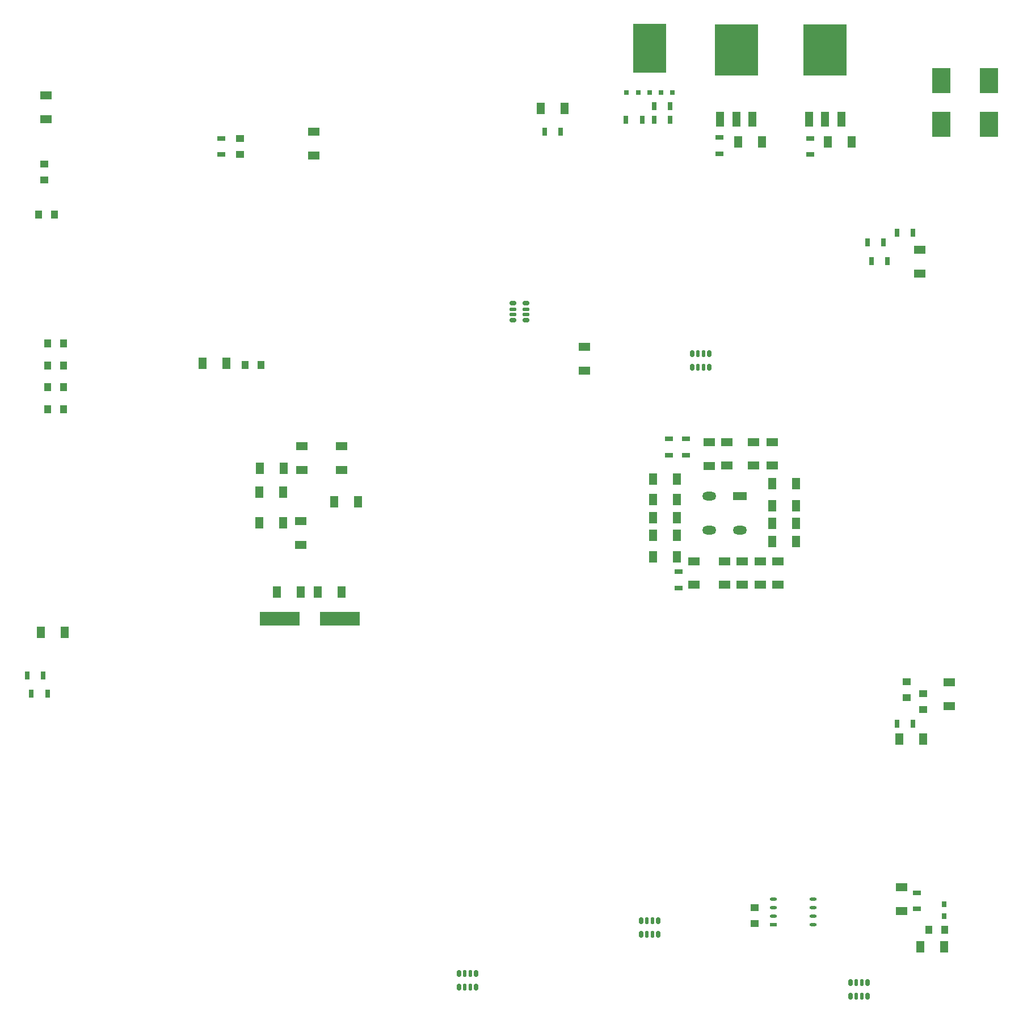
<source format=gbp>
%FSLAX25Y25*%
%MOIN*%
G70*
G01*
G75*
G04 Layer_Color=128*
%ADD10C,0.01000*%
%ADD11C,0.00689*%
%ADD12C,0.00669*%
%ADD13C,0.00827*%
%ADD14C,0.01575*%
%ADD15C,0.00787*%
%ADD16O,0.07087X0.01181*%
%ADD17O,0.01181X0.07087*%
%ADD18R,0.04921X0.06693*%
%ADD19R,0.09843X0.07874*%
%ADD20R,0.09843X0.01969*%
%ADD21O,0.04724X0.02362*%
%ADD22R,0.00984X0.01378*%
%ADD23O,0.00984X0.01378*%
%ADD24R,0.04724X0.04724*%
%ADD25R,0.04724X0.09449*%
G04:AMPARAMS|DCode=26|XSize=70.87mil|YSize=43.31mil|CornerRadius=0mil|HoleSize=0mil|Usage=FLASHONLY|Rotation=270.000|XOffset=0mil|YOffset=0mil|HoleType=Round|Shape=Octagon|*
%AMOCTAGOND26*
4,1,8,-0.01083,-0.03543,0.01083,-0.03543,0.02165,-0.02461,0.02165,0.02461,0.01083,0.03543,-0.01083,0.03543,-0.02165,0.02461,-0.02165,-0.02461,-0.01083,-0.03543,0.0*
%
%ADD26OCTAGOND26*%

%ADD27R,0.05118X0.04134*%
%ADD28R,0.04134X0.05118*%
G04:AMPARAMS|DCode=29|XSize=39.37mil|YSize=25.59mil|CornerRadius=0mil|HoleSize=0mil|Usage=FLASHONLY|Rotation=270.000|XOffset=0mil|YOffset=0mil|HoleType=Round|Shape=Octagon|*
%AMOCTAGOND29*
4,1,8,-0.00640,-0.01969,0.00640,-0.01969,0.01280,-0.01329,0.01280,0.01329,0.00640,0.01969,-0.00640,0.01969,-0.01280,0.01329,-0.01280,-0.01329,-0.00640,-0.01969,0.0*
%
%ADD29OCTAGOND29*%

G04:AMPARAMS|DCode=30|XSize=39.37mil|YSize=19.69mil|CornerRadius=0mil|HoleSize=0mil|Usage=FLASHONLY|Rotation=270.000|XOffset=0mil|YOffset=0mil|HoleType=Round|Shape=Octagon|*
%AMOCTAGOND30*
4,1,8,-0.00492,-0.01969,0.00492,-0.01969,0.00984,-0.01476,0.00984,0.01476,0.00492,0.01969,-0.00492,0.01969,-0.00984,0.01476,-0.00984,-0.01476,-0.00492,-0.01969,0.0*
%
%ADD30OCTAGOND30*%

%ADD31R,0.05906X0.03150*%
G04:AMPARAMS|DCode=32|XSize=59.06mil|YSize=31.5mil|CornerRadius=0mil|HoleSize=0mil|Usage=FLASHONLY|Rotation=180.000|XOffset=0mil|YOffset=0mil|HoleType=Round|Shape=Octagon|*
%AMOCTAGOND32*
4,1,8,-0.02953,0.00787,-0.02953,-0.00787,-0.02165,-0.01575,0.02165,-0.01575,0.02953,-0.00787,0.02953,0.00787,0.02165,0.01575,-0.02165,0.01575,-0.02953,0.00787,0.0*
%
%ADD32OCTAGOND32*%

G04:AMPARAMS|DCode=33|XSize=78.74mil|YSize=57.09mil|CornerRadius=0mil|HoleSize=0mil|Usage=FLASHONLY|Rotation=180.000|XOffset=0mil|YOffset=0mil|HoleType=Round|Shape=Octagon|*
%AMOCTAGOND33*
4,1,8,-0.03937,0.01427,-0.03937,-0.01427,-0.02510,-0.02854,0.02510,-0.02854,0.03937,-0.01427,0.03937,0.01427,0.02510,0.02854,-0.02510,0.02854,-0.03937,0.01427,0.0*
%
%ADD33OCTAGOND33*%

G04:AMPARAMS|DCode=34|XSize=47.24mil|YSize=39.37mil|CornerRadius=0mil|HoleSize=0mil|Usage=FLASHONLY|Rotation=90.000|XOffset=0mil|YOffset=0mil|HoleType=Round|Shape=Octagon|*
%AMOCTAGOND34*
4,1,8,0.00984,0.02362,-0.00984,0.02362,-0.01969,0.01378,-0.01969,-0.01378,-0.00984,-0.02362,0.00984,-0.02362,0.01969,-0.01378,0.01969,0.01378,0.00984,0.02362,0.0*
%
%ADD34OCTAGOND34*%

%ADD35O,0.02087X0.07795*%
%ADD36R,0.02087X0.07795*%
%ADD37O,0.06102X0.00984*%
%ADD38O,0.00984X0.06102*%
%ADD39O,0.01772X0.01181*%
%ADD40R,0.01772X0.01181*%
%ADD41R,0.01181X0.01772*%
%ADD42R,0.02165X0.04134*%
%ADD43O,0.02165X0.04134*%
%ADD44R,0.01969X0.01575*%
%ADD45O,0.01969X0.01575*%
%ADD46O,0.02232X0.01181*%
%ADD47R,0.02232X0.01181*%
%ADD48R,0.01181X0.02232*%
%ADD49O,0.01181X0.01575*%
%ADD50R,0.01181X0.01575*%
%ADD51R,0.01575X0.01181*%
%ADD52R,0.07874X0.07874*%
%ADD53R,0.06693X0.04921*%
%ADD54R,0.03150X0.04724*%
%ADD55R,0.03150X0.03543*%
%ADD56R,0.04724X0.03150*%
%ADD57C,0.00650*%
%ADD58C,0.01969*%
%ADD59C,0.02362*%
%ADD60R,0.23000X0.17000*%
%ADD61R,0.05906X0.05906*%
%ADD62C,0.05906*%
%ADD63R,0.04724X0.04724*%
%ADD64C,0.04724*%
%ADD65C,0.07087*%
%ADD66R,0.07087X0.07087*%
%ADD67R,0.05906X0.05906*%
%ADD68C,0.06496*%
%ADD69R,0.06299X0.06299*%
%ADD70C,0.06299*%
%ADD71O,0.07874X0.09843*%
%ADD72C,0.07874*%
%ADD73R,0.04921X0.04921*%
%ADD74C,0.04921*%
%ADD75R,0.04921X0.04921*%
%ADD76C,0.19685*%
%ADD77C,0.02701*%
%ADD78C,0.05000*%
%ADD79C,0.03937*%
%ADD80C,0.07874*%
%ADD81C,0.02756*%
%ADD82C,0.02953*%
%ADD83C,0.05394*%
%ADD84R,0.02756X0.03150*%
%ADD85R,0.19685X0.28543*%
%ADD86R,0.08268X0.05118*%
%ADD87O,0.08268X0.05118*%
%ADD88R,0.23622X0.07874*%
%ADD89R,0.25598X0.30299*%
%ADD90R,0.04685X0.09055*%
G04:AMPARAMS|DCode=91|XSize=39.37mil|YSize=25.59mil|CornerRadius=0mil|HoleSize=0mil|Usage=FLASHONLY|Rotation=0.000|XOffset=0mil|YOffset=0mil|HoleType=Round|Shape=Octagon|*
%AMOCTAGOND91*
4,1,8,0.01969,-0.00640,0.01969,0.00640,0.01329,0.01280,-0.01329,0.01280,-0.01969,0.00640,-0.01969,-0.00640,-0.01329,-0.01280,0.01329,-0.01280,0.01969,-0.00640,0.0*
%
%ADD91OCTAGOND91*%

G04:AMPARAMS|DCode=92|XSize=39.37mil|YSize=19.69mil|CornerRadius=0mil|HoleSize=0mil|Usage=FLASHONLY|Rotation=0.000|XOffset=0mil|YOffset=0mil|HoleType=Round|Shape=Octagon|*
%AMOCTAGOND92*
4,1,8,0.01969,-0.00492,0.01969,0.00492,0.01476,0.00984,-0.01476,0.00984,-0.01969,0.00492,-0.01969,-0.00492,-0.01476,-0.00984,0.01476,-0.00984,0.01969,-0.00492,0.0*
%
%ADD92OCTAGOND92*%

%ADD93O,0.04095X0.01969*%
%ADD94R,0.04095X0.01969*%
%ADD95R,0.11000X0.15000*%
%ADD96C,0.04921*%
%ADD97C,0.00984*%
%ADD98C,0.00394*%
%ADD99C,0.00197*%
%ADD100C,0.00800*%
%ADD101C,0.00591*%
%ADD102R,0.21300X0.15037*%
%ADD103R,0.21000X0.15000*%
D18*
X487130Y515618D02*
D03*
X501106D02*
D03*
X398374Y295114D02*
D03*
X384397D02*
D03*
X398374Y272114D02*
D03*
X384398D02*
D03*
X454397Y281114D02*
D03*
X468374D02*
D03*
X398374Y284614D02*
D03*
X384397D02*
D03*
X398374Y317614D02*
D03*
X384397D02*
D03*
X454397Y315114D02*
D03*
X468374D02*
D03*
X454397Y302114D02*
D03*
X468374D02*
D03*
X454397Y291614D02*
D03*
X468374D02*
D03*
X398374Y305614D02*
D03*
X384398D02*
D03*
X448410Y515618D02*
D03*
X434433D02*
D03*
X201494Y251498D02*
D03*
X187517D02*
D03*
X163517D02*
D03*
X177494D02*
D03*
X167493Y323998D02*
D03*
X153517D02*
D03*
X197017Y304498D02*
D03*
X210994D02*
D03*
X166993Y291998D02*
D03*
X153017D02*
D03*
X166993Y309998D02*
D03*
X153017D02*
D03*
X119894Y385882D02*
D03*
X133870D02*
D03*
X38606Y227882D02*
D03*
X24630D02*
D03*
X318394Y535382D02*
D03*
X332370D02*
D03*
X541512Y43000D02*
D03*
X555488D02*
D03*
X529130Y165118D02*
D03*
X543106D02*
D03*
D27*
X444000Y56874D02*
D03*
Y66126D02*
D03*
X26618Y502744D02*
D03*
Y493492D02*
D03*
X533500Y198626D02*
D03*
Y189374D02*
D03*
X543000Y182374D02*
D03*
Y191626D02*
D03*
X141618Y517662D02*
D03*
Y508410D02*
D03*
D28*
X28756Y397382D02*
D03*
X38008D02*
D03*
X28756Y384548D02*
D03*
X38008D02*
D03*
Y358882D02*
D03*
X28756D02*
D03*
X38008Y371715D02*
D03*
X28756D02*
D03*
X154008Y384882D02*
D03*
X144756D02*
D03*
X23492Y473118D02*
D03*
X32744D02*
D03*
X546374Y53000D02*
D03*
X555626D02*
D03*
D29*
X500480Y21937D02*
D03*
X510520D02*
D03*
X500480Y14063D02*
D03*
X510520D02*
D03*
X417520Y383563D02*
D03*
X407480D02*
D03*
X417520Y391437D02*
D03*
X407480D02*
D03*
X387520Y50563D02*
D03*
X377480D02*
D03*
X387520Y58437D02*
D03*
X377480D02*
D03*
X270480Y27437D02*
D03*
X280520D02*
D03*
X270480Y19563D02*
D03*
X280520D02*
D03*
D30*
X503925Y21937D02*
D03*
X507075D02*
D03*
X503925Y14063D02*
D03*
X507075D02*
D03*
X414075Y383563D02*
D03*
X410925D02*
D03*
X414075Y391437D02*
D03*
X410925D02*
D03*
X384075Y50563D02*
D03*
X380925D02*
D03*
X384075Y58437D02*
D03*
X380925D02*
D03*
X273925Y27437D02*
D03*
X277075D02*
D03*
X273925Y19563D02*
D03*
X277075D02*
D03*
D53*
X344000Y395331D02*
D03*
Y381354D02*
D03*
X443386Y325626D02*
D03*
Y339602D02*
D03*
X457886Y269602D02*
D03*
Y255626D02*
D03*
X447386Y269602D02*
D03*
Y255626D02*
D03*
X436886Y269602D02*
D03*
Y255626D02*
D03*
X426385Y269602D02*
D03*
Y255626D02*
D03*
X417386Y325559D02*
D03*
Y339535D02*
D03*
X454386Y325626D02*
D03*
Y339602D02*
D03*
X408386Y269602D02*
D03*
Y255626D02*
D03*
X427886Y325626D02*
D03*
Y339602D02*
D03*
X541000Y438362D02*
D03*
Y452339D02*
D03*
X178005Y323010D02*
D03*
Y336986D02*
D03*
X177505Y292986D02*
D03*
Y279010D02*
D03*
X201505Y323010D02*
D03*
Y336986D02*
D03*
X185118Y521606D02*
D03*
Y507630D02*
D03*
X27618Y543106D02*
D03*
Y529130D02*
D03*
X558500Y184512D02*
D03*
Y198488D02*
D03*
X530500Y77988D02*
D03*
Y64012D02*
D03*
D54*
X385075Y528882D02*
D03*
X394524D02*
D03*
X378024D02*
D03*
X368575D02*
D03*
X385075Y536882D02*
D03*
X394524D02*
D03*
X537224Y462351D02*
D03*
X527776D02*
D03*
X510276Y456850D02*
D03*
X519725D02*
D03*
X512776Y445851D02*
D03*
X522225D02*
D03*
X26106Y202382D02*
D03*
X16657D02*
D03*
X28606Y191882D02*
D03*
X19158D02*
D03*
X330106Y521882D02*
D03*
X320657D02*
D03*
X527776Y174000D02*
D03*
X537224D02*
D03*
D55*
X555500Y68044D02*
D03*
Y60957D02*
D03*
D56*
X393885Y331890D02*
D03*
Y341338D02*
D03*
X399385Y263338D02*
D03*
Y253889D02*
D03*
X403886Y331890D02*
D03*
Y341338D02*
D03*
X423421Y508894D02*
D03*
Y518342D02*
D03*
X476618Y508394D02*
D03*
Y517842D02*
D03*
X130618Y508394D02*
D03*
Y517842D02*
D03*
X539500Y65276D02*
D03*
Y74725D02*
D03*
D84*
X395685Y544882D02*
D03*
X388992D02*
D03*
X382299D02*
D03*
X375606D02*
D03*
X368913D02*
D03*
D85*
X382299Y570689D02*
D03*
D86*
X435441Y307614D02*
D03*
D87*
Y287614D02*
D03*
X417331Y307614D02*
D03*
Y287614D02*
D03*
D88*
X200604Y235616D02*
D03*
X165171D02*
D03*
D89*
X433421Y569638D02*
D03*
X485500Y569701D02*
D03*
D90*
X423921Y528937D02*
D03*
X433421D02*
D03*
X442921D02*
D03*
X476000Y529000D02*
D03*
X485500D02*
D03*
X495000D02*
D03*
D91*
X302063Y410980D02*
D03*
Y421020D02*
D03*
X309937Y410980D02*
D03*
Y421020D02*
D03*
D92*
X302063Y414425D02*
D03*
Y417575D02*
D03*
X309937Y414425D02*
D03*
Y417575D02*
D03*
D93*
X478498Y70951D02*
D03*
Y65951D02*
D03*
Y60951D02*
D03*
Y55951D02*
D03*
X455073Y70951D02*
D03*
Y65951D02*
D03*
Y60951D02*
D03*
D94*
Y55951D02*
D03*
D95*
X581929Y526118D02*
D03*
X553833D02*
D03*
X581929Y551618D02*
D03*
X553833D02*
D03*
M02*

</source>
